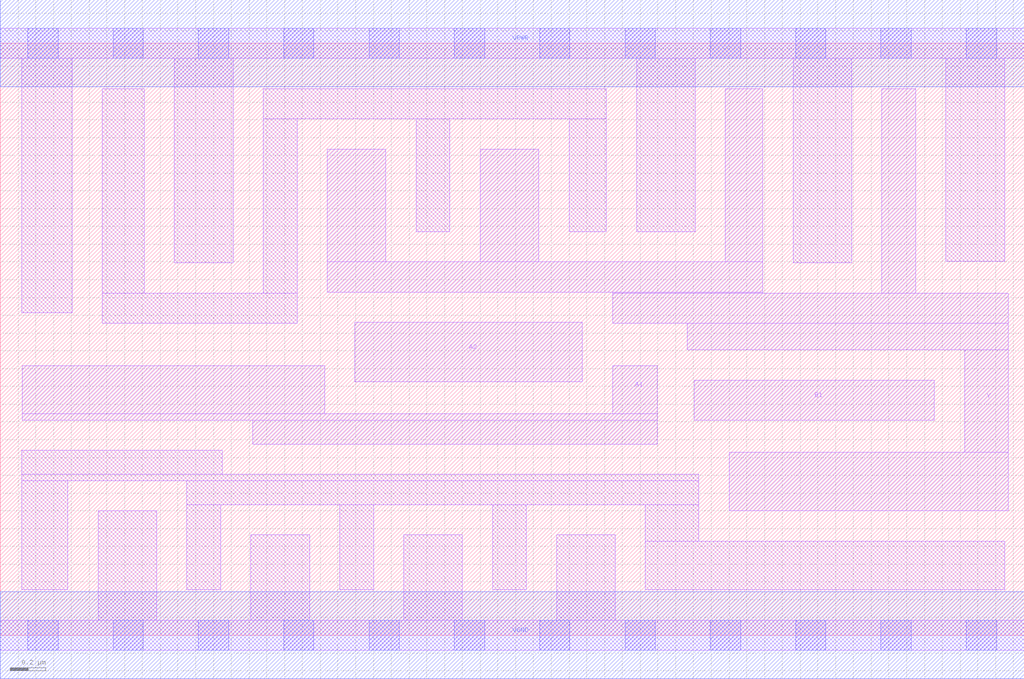
<source format=lef>
# Copyright 2020 The SkyWater PDK Authors
#
# Licensed under the Apache License, Version 2.0 (the "License");
# you may not use this file except in compliance with the License.
# You may obtain a copy of the License at
#
#     https://www.apache.org/licenses/LICENSE-2.0
#
# Unless required by applicable law or agreed to in writing, software
# distributed under the License is distributed on an "AS IS" BASIS,
# WITHOUT WARRANTIES OR CONDITIONS OF ANY KIND, either express or implied.
# See the License for the specific language governing permissions and
# limitations under the License.
#
# SPDX-License-Identifier: Apache-2.0

VERSION 5.7 ;
  NAMESCASESENSITIVE ON ;
  NOWIREEXTENSIONATPIN ON ;
  DIVIDERCHAR "/" ;
  BUSBITCHARS "[]" ;
UNITS
  DATABASE MICRONS 200 ;
END UNITS
MACRO sky130_fd_sc_lp__o21ai_4
  CLASS CORE ;
  FOREIGN sky130_fd_sc_lp__o21ai_4 ;
  ORIGIN  0.000000  0.000000 ;
  SIZE  5.760000 BY  3.330000 ;
  SYMMETRY X Y R90 ;
  SITE unit ;
  PIN A1
    ANTENNAGATEAREA  1.260000 ;
    DIRECTION INPUT ;
    USE SIGNAL ;
    PORT
      LAYER li1 ;
        RECT 0.125000 1.210000 3.695000 1.245000 ;
        RECT 0.125000 1.245000 1.825000 1.515000 ;
        RECT 1.420000 1.075000 3.695000 1.210000 ;
        RECT 3.445000 1.245000 3.695000 1.515000 ;
    END
  END A1
  PIN A2
    ANTENNAGATEAREA  1.260000 ;
    DIRECTION INPUT ;
    USE SIGNAL ;
    PORT
      LAYER li1 ;
        RECT 1.995000 1.425000 3.275000 1.760000 ;
    END
  END A2
  PIN B1
    ANTENNAGATEAREA  1.260000 ;
    DIRECTION INPUT ;
    USE SIGNAL ;
    PORT
      LAYER li1 ;
        RECT 3.905000 1.210000 5.255000 1.435000 ;
    END
  END B1
  PIN Y
    ANTENNADIFFAREA  1.881600 ;
    DIRECTION OUTPUT ;
    USE SIGNAL ;
    PORT
      LAYER li1 ;
        RECT 1.840000 1.930000 4.290000 2.100000 ;
        RECT 1.840000 2.100000 2.170000 2.735000 ;
        RECT 2.700000 2.100000 3.030000 2.735000 ;
        RECT 3.445000 1.755000 5.670000 1.925000 ;
        RECT 3.445000 1.925000 4.290000 1.930000 ;
        RECT 3.865000 1.605000 5.670000 1.755000 ;
        RECT 4.080000 2.100000 4.290000 3.075000 ;
        RECT 4.100000 0.700000 5.670000 1.030000 ;
        RECT 4.960000 1.925000 5.150000 3.075000 ;
        RECT 5.425000 1.030000 5.670000 1.605000 ;
    END
  END Y
  PIN VGND
    DIRECTION INOUT ;
    USE GROUND ;
    PORT
      LAYER met1 ;
        RECT 0.000000 -0.245000 5.760000 0.245000 ;
    END
  END VGND
  PIN VPWR
    DIRECTION INOUT ;
    USE POWER ;
    PORT
      LAYER met1 ;
        RECT 0.000000 3.085000 5.760000 3.575000 ;
    END
  END VPWR
  OBS
    LAYER li1 ;
      RECT 0.000000 -0.085000 5.760000 0.085000 ;
      RECT 0.000000  3.245000 5.760000 3.415000 ;
      RECT 0.120000  0.255000 0.380000 0.870000 ;
      RECT 0.120000  0.870000 3.930000 0.905000 ;
      RECT 0.120000  0.905000 1.250000 1.040000 ;
      RECT 0.120000  1.815000 0.405000 3.245000 ;
      RECT 0.550000  0.085000 0.880000 0.700000 ;
      RECT 0.575000  1.755000 1.670000 1.925000 ;
      RECT 0.575000  1.925000 0.810000 3.075000 ;
      RECT 0.980000  2.095000 1.310000 3.245000 ;
      RECT 1.050000  0.255000 1.240000 0.735000 ;
      RECT 1.050000  0.735000 3.930000 0.870000 ;
      RECT 1.410000  0.085000 1.740000 0.565000 ;
      RECT 1.480000  1.925000 1.670000 2.905000 ;
      RECT 1.480000  2.905000 3.410000 3.075000 ;
      RECT 1.910000  0.255000 2.100000 0.735000 ;
      RECT 2.270000  0.085000 2.600000 0.565000 ;
      RECT 2.340000  2.270000 2.530000 2.905000 ;
      RECT 2.770000  0.255000 2.960000 0.735000 ;
      RECT 3.130000  0.085000 3.460000 0.565000 ;
      RECT 3.200000  2.270000 3.410000 2.905000 ;
      RECT 3.580000  2.270000 3.910000 3.245000 ;
      RECT 3.630000  0.255000 5.650000 0.530000 ;
      RECT 3.630000  0.530000 3.930000 0.735000 ;
      RECT 4.460000  2.095000 4.790000 3.245000 ;
      RECT 5.320000  2.105000 5.650000 3.245000 ;
    LAYER mcon ;
      RECT 0.155000 -0.085000 0.325000 0.085000 ;
      RECT 0.155000  3.245000 0.325000 3.415000 ;
      RECT 0.635000 -0.085000 0.805000 0.085000 ;
      RECT 0.635000  3.245000 0.805000 3.415000 ;
      RECT 1.115000 -0.085000 1.285000 0.085000 ;
      RECT 1.115000  3.245000 1.285000 3.415000 ;
      RECT 1.595000 -0.085000 1.765000 0.085000 ;
      RECT 1.595000  3.245000 1.765000 3.415000 ;
      RECT 2.075000 -0.085000 2.245000 0.085000 ;
      RECT 2.075000  3.245000 2.245000 3.415000 ;
      RECT 2.555000 -0.085000 2.725000 0.085000 ;
      RECT 2.555000  3.245000 2.725000 3.415000 ;
      RECT 3.035000 -0.085000 3.205000 0.085000 ;
      RECT 3.035000  3.245000 3.205000 3.415000 ;
      RECT 3.515000 -0.085000 3.685000 0.085000 ;
      RECT 3.515000  3.245000 3.685000 3.415000 ;
      RECT 3.995000 -0.085000 4.165000 0.085000 ;
      RECT 3.995000  3.245000 4.165000 3.415000 ;
      RECT 4.475000 -0.085000 4.645000 0.085000 ;
      RECT 4.475000  3.245000 4.645000 3.415000 ;
      RECT 4.955000 -0.085000 5.125000 0.085000 ;
      RECT 4.955000  3.245000 5.125000 3.415000 ;
      RECT 5.435000 -0.085000 5.605000 0.085000 ;
      RECT 5.435000  3.245000 5.605000 3.415000 ;
  END
END sky130_fd_sc_lp__o21ai_4
END LIBRARY

</source>
